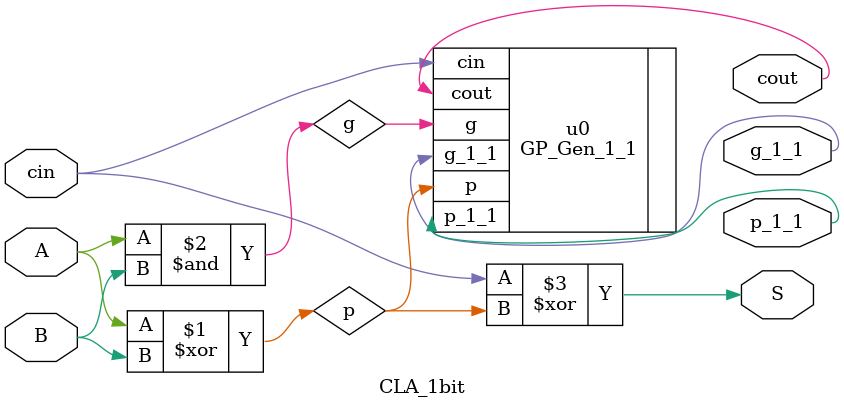
<source format=v>
module CLA_1bit #(
    parameter width=1
) (
    input wire A,
    input wire B,
    input wire cin,
    output wire S,
    output wire cout,
    output wire p_1_1,
    output wire g_1_1
);
    wire p, g;
    assign p = A ^ B;
    assign g = A & B;
    GP_Gen_1_1 #(.width(width)) u0 (.p(p), .g(g), .cin(cin), .cout(cout), .p_1_1(p_1_1), .g_1_1(g_1_1));
    assign S = cin ^ p;
endmodule

</source>
